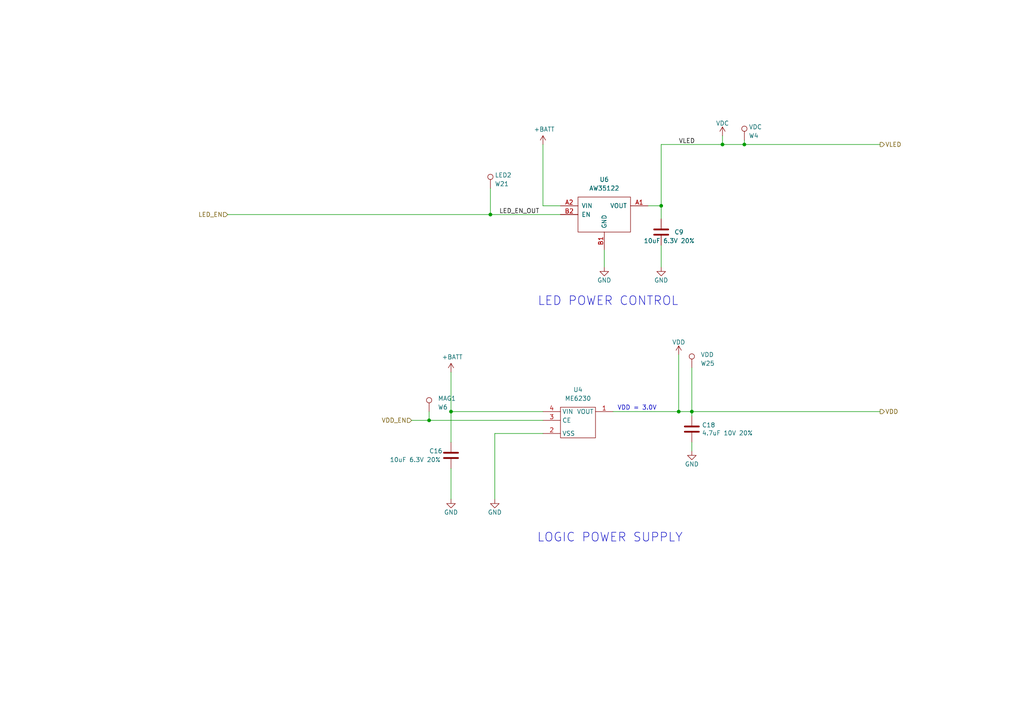
<source format=kicad_sch>
(kicad_sch (version 20250114) (generator "eeschema") (generator_version "9.0")
  (paper "A4")
  (title_block (title "Pixels D8V8 Schematic, Main") (date "2025-10-10") (rev "13") (company "Systemic Games, LLC") (comment 1 "Power Regulation"))
  (lib_symbols
    (symbol "Device:C" (pin_numbers (hide yes)) (pin_names (offset 0.254))
      (property "Reference" "C" (at 0.635 2.54 0))
      (property "Value" "C" (at 0.635 -2.54 0))
      (symbol "C_0_1"
        (polyline (pts (xy -2.032 0.762) (xy 2.032 0.762)) (stroke (width 0.508)))
        (polyline (pts (xy -2.032 -0.762) (xy 2.032 -0.762)) (stroke (width 0.508)))
      )
      (symbol "C_1_1"
        (pin passive line (at 0 3.81 270) (length 2.794) (name "~") (number "1"))
        (pin passive line (at 0 -3.81 90) (length 2.794) (name "~") (number "2"))
      )
    )
    (symbol "Pixels-dice:AW35122" (pin_names (offset 1.016))
      (property "Reference" "U" (at 6.35 -6.35 0))
      (property "Value" "AW35122" (at 0 6.35 0))
      (symbol "AW35122_0_1"
        (rectangle (start -7.62 5.08) (end 7.62 -5.08))
      )
      (symbol "AW35122_1_1"
        (pin power_in line (at -12.7 2.54 0) (length 5.08) (name "VIN") (number "A2"))
        (pin input line (at -12.7 0 0) (length 5.08) (name "EN") (number "B2"))
        (pin power_in line (at 0 -10.16 90) (length 5.08) (name "GND") (number "B1"))
        (pin power_out line (at 12.7 2.54 180) (length 5.08) (name "VOUT") (number "A1"))
      )
    )
    (symbol "Pixels-dice:ME6230-FBP1*1-4"
      (property "Reference" "U" (at 1.778 -6.604 0))
      (symbol "ME6230-FBP1*1-4_0_1"
        (rectangle (start -5.08 3.81) (end 5.08 -5.08))
      )
      (symbol "ME6230-FBP1*1-4_1_1"
        (pin power_in line (at -10.16 2.54 0) (length 5.08) (name "VIN") (number "4"))
        (pin input line (at -10.16 0 0) (length 5.08) (name "CE") (number "3"))
        (pin power_in line (at -10.16 -3.81 0) (length 5.08) (name "VSS") (number "2"))
        (pin power_out line (at 10.16 2.54 180) (length 5.08) (name "VOUT") (number "1"))
      )
    )
    (symbol "Pixels-dice:TEST_1P-conn" (pin_numbers (hide yes)) (pin_names (offset 0.762) (hide yes))
      (property "Reference" "W" (at 0 6.858 0))
      (property "Value" "TEST_1P-conn" (at 0 5.08 0))
      (symbol "TEST_1P-conn_0_1"
        (circle (center 0 3.302) (radius 0.762))
      )
      (symbol "TEST_1P-conn_1_1"
        (pin passive line (at 0 0 90) (length 2.54) (name "1") (number "1"))
      )
    )
    (symbol "power:+BATT" (power) (pin_names (offset 0))
      (property "Value" "+BATT" (at 0 3.556 0))
      (symbol "+BATT_0_1"
        (polyline (pts (xy -0.762 1.27) (xy 0 2.54)))
        (polyline (pts (xy 0 2.54) (xy 0.762 1.27)))
        (polyline (pts (xy 0 0) (xy 0 2.54)))
      )
      (symbol "+BATT_1_1"
        (pin power_in line (at 0 0 90) (length 0) (hide yes) (name "+BATT") (number "1"))
      )
    )
    (symbol "power:GND" (power) (pin_names (offset 0))
      (property "Value" "GND" (at 0 -3.81 0))
      (symbol "GND_0_1"
        (polyline (pts (xy 0 0) (xy 0 -1.27) (xy 1.27 -1.27) (xy 0 -2.54) (xy -1.27 -1.27) (xy 0 -1.27)))
      )
      (symbol "GND_1_1"
        (pin power_in line (at 0 0 270) (length 0) (hide yes) (name "GND") (number "1"))
      )
    )
    (symbol "power:VDC" (power) (pin_names (offset 0))
      (property "Value" "VDC" (at 0 6.35 0))
      (symbol "VDC_0_1"
        (polyline (pts (xy -0.762 1.27) (xy 0 2.54)))
        (polyline (pts (xy 0 2.54) (xy 0.762 1.27)))
        (polyline (pts (xy 0 0) (xy 0 2.54)))
      )
      (symbol "VDC_1_1"
        (pin power_in line (at 0 0 90) (length 0) (hide yes) (name "VDC") (number "1"))
      )
    )
    (symbol "power:VDD" (power) (pin_names (offset 0))
      (property "Value" "VDD" (at 0 3.81 0))
      (symbol "VDD_0_1"
        (polyline (pts (xy -0.762 1.27) (xy 0 2.54)))
        (polyline (pts (xy 0 2.54) (xy 0.762 1.27)))
        (polyline (pts (xy 0 0) (xy 0 2.54)))
      )
      (symbol "VDD_1_1"
        (pin power_in line (at 0 0 90) (length 0) (hide yes) (name "VDD") (number "1"))
      )
    )
  )
  (text "LOGIC POWER SUPPLY" (at 198.12 157.48 0) (effects (font (size 2.54 2.54)) (justify right bottom)))
  (text "LED POWER CONTROL" (at 196.85 88.9 0) (effects (font (size 2.54 2.54)) (justify right bottom)))
  (text "VDD = 3.0V" (at 190.5 119.126 0) (effects (font (size 1.27 1.27)) (justify right bottom)))
  (junction (at 142.24 62.23))
  (junction (at 209.55 41.91))
  (junction (at 200.66 119.38))
  (junction (at 124.46 121.92))
  (junction (at 191.77 59.69))
  (junction (at 130.81 119.38))
  (junction (at 196.85 119.38))
  (junction (at 215.9 41.91))
  (wire (pts (xy 200.66 119.38) (xy 200.66 120.65)))
  (wire (pts (xy 215.9 41.91) (xy 209.55 41.91)))
  (wire (pts (xy 119.38 121.92) (xy 124.46 121.92)))
  (wire (pts (xy 255.27 41.91) (xy 215.9 41.91)))
  (wire (pts (xy 175.26 72.39) (xy 175.26 77.47)))
  (wire (pts (xy 200.66 106.68) (xy 200.66 119.38)))
  (wire (pts (xy 66.04 62.23) (xy 142.24 62.23)))
  (wire (pts (xy 157.48 125.73) (xy 143.51 125.73)))
  (wire (pts (xy 196.85 102.87) (xy 196.85 119.38)))
  (wire (pts (xy 200.66 119.38) (xy 255.27 119.38)))
  (wire (pts (xy 191.77 63.5) (xy 191.77 59.69)))
  (wire (pts (xy 209.55 41.91) (xy 191.77 41.91)))
  (wire (pts (xy 162.56 59.69) (xy 157.48 59.69)))
  (wire (pts (xy 143.51 125.73) (xy 143.51 144.78)))
  (wire (pts (xy 130.81 107.95) (xy 130.81 119.38)))
  (wire (pts (xy 142.24 62.23) (xy 162.56 62.23)))
  (wire (pts (xy 209.55 39.37) (xy 209.55 41.91)))
  (wire (pts (xy 124.46 119.38) (xy 124.46 121.92)))
  (wire (pts (xy 196.85 119.38) (xy 200.66 119.38)))
  (wire (pts (xy 187.96 59.69) (xy 191.77 59.69)))
  (wire (pts (xy 157.48 41.91) (xy 157.48 59.69)))
  (wire (pts (xy 200.66 128.27) (xy 200.66 130.81)))
  (wire (pts (xy 142.24 54.61) (xy 142.24 62.23)))
  (wire (pts (xy 124.46 121.92) (xy 157.48 121.92)))
  (wire (pts (xy 191.77 41.91) (xy 191.77 59.69)))
  (wire (pts (xy 130.81 119.38) (xy 157.48 119.38)))
  (wire (pts (xy 191.77 71.12) (xy 191.77 77.47)))
  (wire (pts (xy 130.81 119.38) (xy 130.81 128.27)))
  (wire (pts (xy 130.81 135.89) (xy 130.81 144.78)))
  (wire (pts (xy 215.9 40.64) (xy 215.9 41.91)))
  (wire (pts (xy 177.8 119.38) (xy 196.85 119.38)))
  (label "VLED" (at 196.85 41.91 0))
  (label "LED_EN_OUT" (at 144.78 62.23 0))
  (hierarchical_label "LED_EN" (shape input) (at 66.04 62.23 180))
  (hierarchical_label "VDD" (shape output) (at 255.27 119.38 0))
  (hierarchical_label "VDD_EN" (shape input) (at 119.38 121.92 180))
  (hierarchical_label "VLED" (shape output) (at 255.27 41.91 0))
  (symbol (lib_id "Pixels-dice:TEST_1P-conn") (at 142.24 54.61 0) (unit 1) (in_bom no)
    (property "Reference" "W21" (at 143.51 53.34 0) (effects (justify left)))
    (property "Value" "LED2" (at 143.51 50.8 0) (effects (justify left)))
    (property "Footprint" "Pixels-dice:TEST_PIN" (effects (hide yes)))
    (property "Generic OK" "N/A" (effects (hide yes)))
  )
  (symbol (lib_id "power:+BATT") (at 157.48 41.91 0) (unit 1)
    (property "Reference" "#PWR033" (effects (hide yes)))
    (property "Value" "+BATT" (at 157.861 37.5158 0))
  )
  (symbol (lib_id "Device:C") (at 200.66 124.46 0) (unit 1)
    (property "Reference" "C18" (at 203.581 123.2916 0) (effects (justify left)))
    (property "Value" "4.7uF 10V 20%" (at 203.581 125.603 0) (effects (justify left)))
    (property "Footprint" "Pixels-dice:C_0402_1005Metric" (effects (hide yes)))
    (property "Generic OK" "YES" (effects (hide yes)))
    (property "Manufacturer" "Murata" (effects (hide yes)))
    (property "Part Number" "GRM155R61A475MEAAJ" (effects (hide yes)))
    (property "Alternate Manufacturer" "Samsung Electro-Mechanics" (effects (hide yes)))
    (property "Alternate PN" "CL05A475MP5NRNC" (effects (hide yes)))
    (property "Alternate LCSC Part #" "C23733" (effects (hide yes)))
    (property "LCSC Part #" "C1849652" (effects (hide yes)))
  )
  (symbol (lib_id "power:GND") (at 200.66 130.81 0) (unit 1)
    (property "Reference" "#PWR028" (effects (hide yes)))
    (property "Value" "GND" (at 200.66 134.62 0))
  )
  (symbol (lib_id "power:GND") (at 130.81 144.78 0) (unit 1)
    (property "Reference" "#PWR029" (effects (hide yes)))
    (property "Value" "GND" (at 130.81 148.59 0))
  )
  (symbol (lib_id "power:GND") (at 175.26 77.47 0) (unit 1)
    (property "Reference" "#PWR038" (effects (hide yes)))
    (property "Value" "GND" (at 175.26 81.28 0))
  )
  (symbol (lib_id "Device:C") (at 130.81 132.08 0) (unit 1)
    (property "Reference" "C16" (at 124.46 130.81 0) (effects (justify left)))
    (property "Value" "10uF 6.3V 20%" (at 113.03 133.35 0) (effects (justify left)))
    (property "Footprint" "Pixels-dice:C_0402_1005Metric" (effects (hide yes)))
    (property "Generic OK" "YES" (effects (hide yes)))
    (property "Manufacturer" "HRE" (effects (hide yes)))
    (property "Part Number" "CGA0402X5R106M6R3GT" (effects (hide yes)))
    (property "LCSC Part #" "C23692971" (effects (hide yes)))
  )
  (symbol (lib_id "power:+BATT") (at 130.81 107.95 0) (unit 1)
    (property "Reference" "#PWR025" (effects (hide yes)))
    (property "Value" "+BATT" (at 131.191 103.5558 0))
  )
  (symbol (lib_id "Pixels-dice:TEST_1P-conn") (at 200.66 106.68 0) (unit 1) (in_bom no)
    (property "Reference" "W25" (at 203.2 105.41 0) (effects (justify left)))
    (property "Value" "VDD" (at 203.2 102.87 0) (effects (justify left)))
    (property "Footprint" "Pixels-dice:TEST_PIN" (effects (hide yes)))
    (property "Generic OK" "N/A" (effects (hide yes)))
  )
  (symbol (lib_id "Device:C") (at 191.77 67.31 0) (unit 1)
    (property "Reference" "C9" (at 195.58 67.31 0) (effects (justify left)))
    (property "Value" "10uF 6.3V 20%" (at 186.69 69.85 0) (effects (justify left)))
    (property "Footprint" "Pixels-dice:C_0402_1005Metric" (effects (hide yes)))
    (property "Generic OK" "YES" (effects (hide yes)))
    (property "Manufacturer" "HRE" (effects (hide yes)))
    (property "Part Number" "CGA0402X5R106M6R3GT" (effects (hide yes)))
    (property "LCSC Part #" "C23692971" (effects (hide yes)))
  )
  (symbol (lib_id "power:GND") (at 191.77 77.47 0) (unit 1)
    (property "Reference" "#PWR0142" (effects (hide yes)))
    (property "Value" "GND" (at 191.77 81.28 0))
  )
  (symbol (lib_id "power:VDC") (at 209.55 39.37 0) (unit 1)
    (property "Reference" "#PWR026" (effects (hide yes)))
    (property "Value" "VDC" (at 209.55 35.7655 0))
  )
  (symbol (lib_id "Pixels-dice:TEST_1P-conn") (at 124.46 119.38 0) (unit 1) (in_bom no)
    (property "Reference" "W6" (at 127 118.11 0) (effects (justify left)))
    (property "Value" "MAG1" (at 127 115.57 0) (effects (justify left)))
    (property "Footprint" "Pixels-dice:TEST_PIN" (effects (hide yes)))
    (property "Generic OK" "N/A" (effects (hide yes)))
  )
  (symbol (lib_id "power:GND") (at 143.51 144.78 0) (unit 1)
    (property "Reference" "#PWR031" (effects (hide yes)))
    (property "Value" "GND" (at 143.51 148.59 0))
  )
  (symbol (lib_id "Pixels-dice:ME6230-FBP1*1-4") (at 167.64 121.92 0) (unit 1)
    (property "Reference" "U4" (at 167.64 113.03 0))
    (property "Value" "ME6230" (at 167.64 115.57 0))
    (property "Footprint" "Pixels-dice:FPB1_1-4" (effects (hide yes)))
    (property "Manufacturer" "MICRONE(Nanjing Micro One Elec)" (effects (hide yes)))
    (property "Part Number" "ME6230C30U4AG" (effects (hide yes)))
    (property "Alternate Manufacturer" "ChipLink Tech" (effects (hide yes)))
    (property "Alternate PN" "CL9906A30F4N" (effects (hide yes)))
    (property "Alternate LCSC Part #" "C5297658" (effects (hide yes)))
    (property "LCSC Part #" "C2925772" (effects (hide yes)))
  )
  (symbol (lib_id "Pixels-dice:TEST_1P-conn") (at 215.9 40.64 0) (unit 1) (in_bom no)
    (property "Reference" "W4" (at 217.17 39.37 0) (effects (justify left)))
    (property "Value" "VDC" (at 217.17 36.83 0) (effects (justify left)))
    (property "Footprint" "Pixels-dice:TEST_PIN" (effects (hide yes)))
    (property "Generic OK" "N/A" (effects (hide yes)))
  )
  (symbol (lib_id "power:VDD") (at 196.85 102.87 0) (unit 1)
    (property "Reference" "#PWR027" (effects (hide yes)))
    (property "Value" "VDD" (at 196.85 99.2655 0))
  )
  (symbol (lib_id "Pixels-dice:AW35122") (at 175.26 62.23 0) (unit 1)
    (property "Reference" "U6" (at 175.26 52.07 0))
    (property "Value" "AW35122" (at 175.26 54.61 0))
    (property "Footprint" "Pixels-dice:AW35122" (effects (hide yes)))
    (property "Manufacturer" "AWINIC(Shanghai Awinic Tech)" (effects (hide yes)))
    (property "Part Number" "AW35122FDR" (effects (hide yes)))
    (property "LCSC Part #" "C5125911" (effects (hide yes)))
  )
)
</source>
